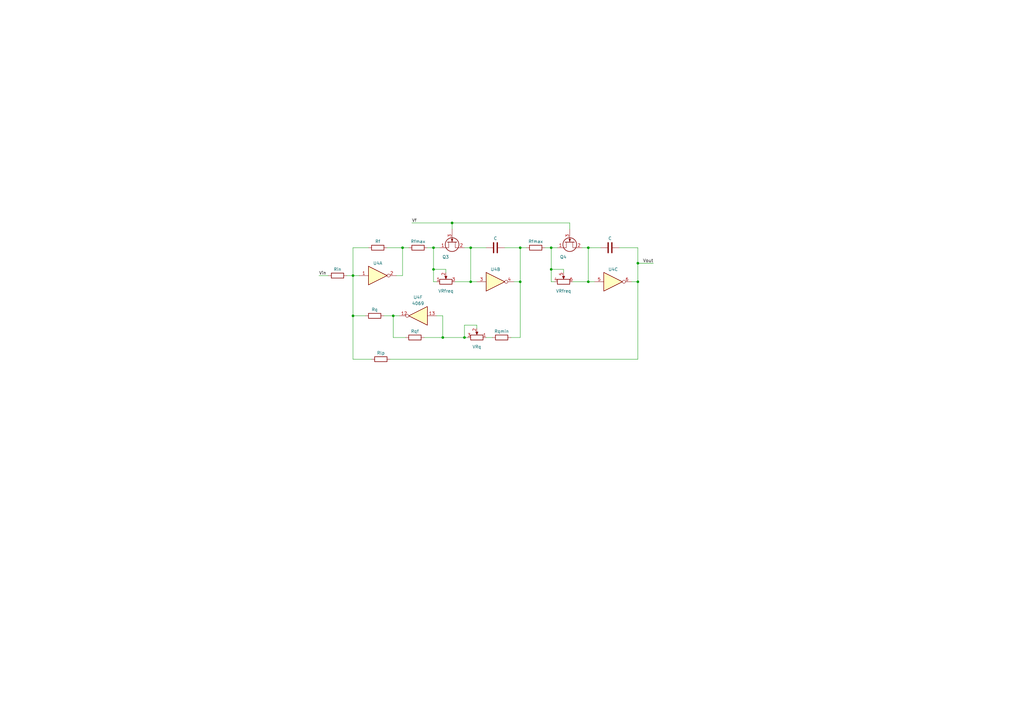
<source format=kicad_sch>
(kicad_sch (version 20231120) (generator "eeschema") (generator_version "8.0")
  (paper "A3")
  (title_block (comment 2 "creativecommons.org/licenses/by/4.0/") (comment 3 "License: CC BY 4.0") (comment 4 "Author: Guy John"))
  (lib_symbols
    (symbol "4xxx:4069" (pin_names (offset 1.016))
      (property "Reference" "U" (at 0 1.27 0))
      (property "Value" "4069" (at 0 -1.27 0))
      (symbol "4069_1_0"
        (polyline (pts (xy -3.81 3.81) (xy -3.81 -3.81) (xy 3.81 0) (xy -3.81 3.81)) (stroke (width 0.254)) (fill (type background)))
        (pin input line (at -7.62 0 0) (length 3.81) (name "~") (number "1"))
        (pin output inverted (at 7.62 0 180) (length 3.81) (name "~") (number "2"))
      )
      (symbol "4069_2_0"
        (polyline (pts (xy -3.81 3.81) (xy -3.81 -3.81) (xy 3.81 0) (xy -3.81 3.81)) (stroke (width 0.254)) (fill (type background)))
        (pin input line (at -7.62 0 0) (length 3.81) (name "~") (number "3"))
        (pin output inverted (at 7.62 0 180) (length 3.81) (name "~") (number "4"))
      )
      (symbol "4069_3_0"
        (polyline (pts (xy -3.81 3.81) (xy -3.81 -3.81) (xy 3.81 0) (xy -3.81 3.81)) (stroke (width 0.254)) (fill (type background)))
        (pin input line (at -7.62 0 0) (length 3.81) (name "~") (number "5"))
        (pin output inverted (at 7.62 0 180) (length 3.81) (name "~") (number "6"))
      )
      (symbol "4069_4_0"
        (polyline (pts (xy -3.81 3.81) (xy -3.81 -3.81) (xy 3.81 0) (xy -3.81 3.81)) (stroke (width 0.254)) (fill (type background)))
        (pin output inverted (at 7.62 0 180) (length 3.81) (name "~") (number "8"))
        (pin input line (at -7.62 0 0) (length 3.81) (name "~") (number "9"))
      )
      (symbol "4069_5_0"
        (polyline (pts (xy -3.81 3.81) (xy -3.81 -3.81) (xy 3.81 0) (xy -3.81 3.81)) (stroke (width 0.254)) (fill (type background)))
        (pin output inverted (at 7.62 0 180) (length 3.81) (name "~") (number "10"))
        (pin input line (at -7.62 0 0) (length 3.81) (name "~") (number "11"))
      )
      (symbol "4069_6_0"
        (polyline (pts (xy -3.81 3.81) (xy -3.81 -3.81) (xy 3.81 0) (xy -3.81 3.81)) (stroke (width 0.254)) (fill (type background)))
        (pin output inverted (at 7.62 0 180) (length 3.81) (name "~") (number "12"))
        (pin input line (at -7.62 0 0) (length 3.81) (name "~") (number "13"))
      )
      (symbol "4069_7_0"
        (pin power_in line (at 0 12.7 270) (length 5.08) (name "VDD") (number "14"))
        (pin power_in line (at 0 -12.7 90) (length 5.08) (name "VSS") (number "7"))
      )
      (symbol "4069_7_1"
        (rectangle (start -5.08 7.62) (end 5.08 -7.62) (stroke (width 0.254)) (fill (type background)))
      )
    )
    (symbol "Device:C" (pin_numbers hide) (pin_names (offset 0.254))
      (property "Reference" "C" (at 0.635 2.54 0))
      (property "Value" "C" (at 0.635 -2.54 0))
      (symbol "C_0_1"
        (polyline (pts (xy -2.032 -0.762) (xy 2.032 -0.762)) (stroke (width 0.508)))
        (polyline (pts (xy -2.032 0.762) (xy 2.032 0.762)) (stroke (width 0.508)))
      )
      (symbol "C_1_1"
        (pin passive line (at 0 3.81 270) (length 2.794) (name "~") (number "1"))
        (pin passive line (at 0 -3.81 90) (length 2.794) (name "~") (number "2"))
      )
    )
    (symbol "Device:Q_NJFET_DSG" (pin_names (offset 0) hide)
      (property "Reference" "Q" (at 5.08 1.27 0))
      (property "Value" "Q_NJFET_DSG" (at 5.08 -1.27 0))
      (symbol "Q_NJFET_DSG_0_1"
        (polyline (pts (xy 0.254 1.905) (xy 0.254 -1.905) (xy 0.254 -1.905)) (stroke (width 0.254)))
        (polyline (pts (xy 2.54 -2.54) (xy 2.54 -1.27) (xy 0.254 -1.27)))
        (polyline (pts (xy 2.54 2.54) (xy 2.54 1.397) (xy 0.254 1.397)))
        (polyline (pts (xy 0 0) (xy -1.016 0.381) (xy -1.016 -0.381) (xy 0 0)) (fill (type outline)))
        (circle (center 1.27 0) (radius 2.8194) (stroke (width 0.254)))
      )
      (symbol "Q_NJFET_DSG_1_1"
        (pin passive line (at 2.54 5.08 270) (length 2.54) (name "D") (number "1"))
        (pin passive line (at 2.54 -5.08 90) (length 2.54) (name "S") (number "2"))
        (pin input line (at -5.08 0 0) (length 5.334) (name "G") (number "3"))
      )
    )
    (symbol "Device:R" (pin_numbers hide) (pin_names (offset 0))
      (property "Reference" "R" (at 2.032 0 90))
      (property "Value" "R" (at 0 0 90))
      (symbol "R_0_1"
        (rectangle (start -1.016 -2.54) (end 1.016 2.54) (stroke (width 0.254)))
      )
      (symbol "R_1_1"
        (pin passive line (at 0 3.81 270) (length 1.27) (name "~") (number "1"))
        (pin passive line (at 0 -3.81 90) (length 1.27) (name "~") (number "2"))
      )
    )
    (symbol "Device:R_Potentiometer" (pin_names (offset 1.016) hide)
      (property "Reference" "RV" (at -4.445 0 90))
      (property "Value" "R_Potentiometer" (at -2.54 0 90))
      (symbol "R_Potentiometer_0_1"
        (polyline (pts (xy 2.54 0) (xy 1.524 0)))
        (polyline (pts (xy 1.143 0) (xy 2.286 0.508) (xy 2.286 -0.508) (xy 1.143 0)) (fill (type outline)))
        (rectangle (start 1.016 2.54) (end -1.016 -2.54) (stroke (width 0.254)))
      )
      (symbol "R_Potentiometer_1_1"
        (pin passive line (at 0 3.81 270) (length 1.27) (name "1") (number "1"))
        (pin passive line (at 3.81 0 180) (length 1.27) (name "2") (number "2"))
        (pin passive line (at 0 -3.81 90) (length 1.27) (name "3") (number "3"))
      )
    )
    (symbol "Device:R_Potentiometer_Dual_Separate" (pin_names (offset 1.016) hide)
      (property "Reference" "RV" (at -4.445 0 90))
      (property "Value" "R_Potentiometer_Dual_Separate" (at -2.54 0 90))
      (symbol "R_Potentiometer_Dual_Separate_0_1"
        (polyline (pts (xy 2.54 0) (xy 1.524 0)))
        (polyline (pts (xy 1.143 0) (xy 2.286 0.508) (xy 2.286 -0.508) (xy 1.143 0)) (fill (type outline)))
        (rectangle (start 1.016 2.54) (end -1.016 -2.54) (stroke (width 0.254)))
      )
      (symbol "R_Potentiometer_Dual_Separate_1_1"
        (pin passive line (at 0 3.81 270) (length 1.27) (name "1") (number "1"))
        (pin passive line (at 3.81 0 180) (length 1.27) (name "2") (number "2"))
        (pin passive line (at 0 -3.81 90) (length 1.27) (name "3") (number "3"))
      )
      (symbol "R_Potentiometer_Dual_Separate_2_1"
        (pin passive line (at 0 3.81 270) (length 1.27) (name "4") (number "4"))
        (pin passive line (at 3.81 0 180) (length 1.27) (name "5") (number "5"))
        (pin passive line (at 0 -3.81 90) (length 1.27) (name "6") (number "6"))
      )
    )
  )
  (junction (at 177.8 101.6))
  (junction (at 185.42 91.44))
  (junction (at 213.36 101.6))
  (junction (at 181.61 138.43))
  (junction (at 193.04 115.57))
  (junction (at 261.62 115.57))
  (junction (at 177.8 110.49))
  (junction (at 144.78 129.54))
  (junction (at 165.1 101.6))
  (junction (at 213.36 115.57))
  (junction (at 241.3 115.57))
  (junction (at 226.06 101.6))
  (junction (at 241.3 101.6))
  (junction (at 226.06 110.49))
  (junction (at 190.5 138.43))
  (junction (at 144.78 113.03))
  (junction (at 161.29 129.54))
  (junction (at 193.04 101.6))
  (junction (at 261.62 107.95))
  (wire (pts (xy 259.08 115.57) (xy 261.62 115.57)))
  (wire (pts (xy 144.78 113.03) (xy 147.32 113.03)))
  (wire (pts (xy 226.06 115.57) (xy 226.06 110.49)))
  (wire (pts (xy 181.61 138.43) (xy 190.5 138.43)))
  (wire (pts (xy 241.3 115.57) (xy 243.84 115.57)))
  (wire (pts (xy 193.04 115.57) (xy 195.58 115.57)))
  (wire (pts (xy 213.36 101.6) (xy 215.9 101.6)))
  (wire (pts (xy 181.61 129.54) (xy 181.61 138.43)))
  (wire (pts (xy 190.5 133.35) (xy 195.58 133.35)))
  (wire (pts (xy 185.42 91.44) (xy 233.68 91.44)))
  (wire (pts (xy 193.04 101.6) (xy 193.04 115.57)))
  (wire (pts (xy 182.88 110.49) (xy 182.88 111.76)))
  (wire (pts (xy 173.99 138.43) (xy 181.61 138.43)))
  (wire (pts (xy 166.37 138.43) (xy 161.29 138.43)))
  (wire (pts (xy 165.1 101.6) (xy 167.64 101.6)))
  (wire (pts (xy 163.83 129.54) (xy 161.29 129.54)))
  (wire (pts (xy 168.91 91.44) (xy 185.42 91.44)))
  (wire (pts (xy 190.5 133.35) (xy 190.5 138.43)))
  (wire (pts (xy 261.62 107.95) (xy 267.97 107.95)))
  (wire (pts (xy 142.24 113.03) (xy 144.78 113.03)))
  (wire (pts (xy 190.5 138.43) (xy 191.77 138.43)))
  (wire (pts (xy 193.04 101.6) (xy 190.5 101.6)))
  (wire (pts (xy 233.68 91.44) (xy 233.68 93.98)))
  (wire (pts (xy 179.07 129.54) (xy 181.61 129.54)))
  (wire (pts (xy 231.14 110.49) (xy 231.14 111.76)))
  (wire (pts (xy 177.8 101.6) (xy 177.8 110.49)))
  (wire (pts (xy 186.69 115.57) (xy 193.04 115.57)))
  (wire (pts (xy 199.39 138.43) (xy 201.93 138.43)))
  (wire (pts (xy 226.06 101.6) (xy 228.6 101.6)))
  (wire (pts (xy 179.07 115.57) (xy 177.8 115.57)))
  (wire (pts (xy 177.8 110.49) (xy 182.88 110.49)))
  (wire (pts (xy 151.13 101.6) (xy 144.78 101.6)))
  (wire (pts (xy 213.36 115.57) (xy 213.36 138.43)))
  (wire (pts (xy 157.48 129.54) (xy 161.29 129.54)))
  (wire (pts (xy 160.02 147.32) (xy 261.62 147.32)))
  (wire (pts (xy 261.62 101.6) (xy 254 101.6)))
  (wire (pts (xy 226.06 101.6) (xy 226.06 110.49)))
  (wire (pts (xy 162.56 113.03) (xy 165.1 113.03)))
  (wire (pts (xy 241.3 101.6) (xy 246.38 101.6)))
  (wire (pts (xy 144.78 101.6) (xy 144.78 113.03)))
  (wire (pts (xy 185.42 91.44) (xy 185.42 93.98)))
  (wire (pts (xy 261.62 107.95) (xy 261.62 101.6)))
  (wire (pts (xy 161.29 129.54) (xy 161.29 138.43)))
  (wire (pts (xy 175.26 101.6) (xy 177.8 101.6)))
  (wire (pts (xy 149.86 129.54) (xy 144.78 129.54)))
  (wire (pts (xy 177.8 115.57) (xy 177.8 110.49)))
  (wire (pts (xy 165.1 101.6) (xy 158.75 101.6)))
  (wire (pts (xy 210.82 115.57) (xy 213.36 115.57)))
  (wire (pts (xy 238.76 101.6) (xy 241.3 101.6)))
  (wire (pts (xy 144.78 113.03) (xy 144.78 129.54)))
  (wire (pts (xy 130.81 113.03) (xy 134.62 113.03)))
  (wire (pts (xy 165.1 113.03) (xy 165.1 101.6)))
  (wire (pts (xy 199.39 101.6) (xy 193.04 101.6)))
  (wire (pts (xy 144.78 147.32) (xy 152.4 147.32)))
  (wire (pts (xy 209.55 138.43) (xy 213.36 138.43)))
  (wire (pts (xy 231.14 110.49) (xy 226.06 110.49)))
  (wire (pts (xy 213.36 101.6) (xy 207.01 101.6)))
  (wire (pts (xy 241.3 101.6) (xy 241.3 115.57)))
  (wire (pts (xy 261.62 115.57) (xy 261.62 147.32)))
  (wire (pts (xy 144.78 129.54) (xy 144.78 147.32)))
  (wire (pts (xy 195.58 134.62) (xy 195.58 133.35)))
  (wire (pts (xy 234.95 115.57) (xy 241.3 115.57)))
  (wire (pts (xy 223.52 101.6) (xy 226.06 101.6)))
  (wire (pts (xy 226.06 115.57) (xy 227.33 115.57)))
  (wire (pts (xy 177.8 101.6) (xy 180.34 101.6)))
  (wire (pts (xy 213.36 101.6) (xy 213.36 115.57)))
  (wire (pts (xy 261.62 115.57) (xy 261.62 107.95)))
  (label "Vout" (at 267.97 107.95 180))
  (label "Vf" (at 168.91 91.44 0))
  (label "Vin" (at 130.81 113.03 0))
  (symbol (lib_id "Device:R") (at 153.67 129.54 270) (unit 1)
    (property "Reference" "R31" (effects (hide yes)))
    (property "Value" "Rq" (at 153.67 127 90))
    (property "Footprint" "Resistor_THT:R_Axial_DIN0207_L6.3mm_D2.5mm_P10.16mm_Horizontal" (effects (hide yes)))
    (property "Tolerance" "1%" (effects (hide yes)))
    (property "Power" "0.5W" (effects (hide yes)))
    (property "Spec" "metal film" (effects (hide yes)))
  )
  (symbol (lib_id "Device:R") (at 170.18 138.43 270) (unit 1)
    (property "Reference" "R34" (effects (hide yes)))
    (property "Value" "Rqf" (at 170.18 135.89 90))
    (property "Footprint" "Resistor_THT:R_Axial_DIN0207_L6.3mm_D2.5mm_P10.16mm_Horizontal" (effects (hide yes)))
    (property "Tolerance" "1%" (effects (hide yes)))
    (property "Power" "0.5W" (effects (hide yes)))
    (property "Spec" "metal film" (effects (hide yes)))
  )
  (symbol (lib_id "4xxx:4069") (at 251.46 115.57 0) (unit 3)
    (property "Reference" "U4" (at 251.46 110.49 0))
    (property "Value" "4069" (effects (hide yes)))
    (property "Footprint" "Package_DIP:DIP-14_W7.62mm" (effects (hide yes)))
    (property "Datasheet" "http://www.intersil.com/content/dam/Intersil/documents/cd40/cd4069ubms.pdf" (effects (hide yes)))
  )
  (symbol (lib_id "Device:C") (at 203.2 101.6 90) (unit 1)
    (property "Reference" "C10" (effects (hide yes)))
    (property "Value" "C" (at 203.2 97.79 90))
    (property "Footprint" "Capacitor_THT:C_Rect_L7.0mm_W3.5mm_P5.00mm" (effects (hide yes)))
    (property "Spec" "film" (effects (hide yes)))
    (property "Tolerance" "5%" (effects (hide yes)))
  )
  (symbol (lib_id "4xxx:4069") (at 171.45 129.54 180) (unit 6)
    (property "Reference" "U4" (at 171.45 121.92 0))
    (property "Value" "4069" (at 171.45 124.46 0))
    (property "Footprint" "Package_DIP:DIP-14_W7.62mm" (effects (hide yes)))
    (property "Datasheet" "http://www.intersil.com/content/dam/Intersil/documents/cd40/cd4069ubms.pdf" (effects (hide yes)))
  )
  (symbol (lib_id "Device:Q_NJFET_DSG") (at 185.42 99.06 90) (mirror x) (unit 1)
    (property "Reference" "Q3" (at 184.15 105.41 90) (effects (justify left)))
    (property "Value" "Q_NJFET_DSG" (effects (hide yes)))
    (property "Footprint" "Rumblesan_Standard_Parts:TO-92_Inline_Wide" (effects (hide yes)))
  )
  (symbol (lib_id "Device:Q_NJFET_DSG") (at 233.68 99.06 90) (mirror x) (unit 1)
    (property "Reference" "Q4" (at 232.41 105.41 90) (effects (justify left)))
    (property "Value" "Q_NJFET_DSG" (effects (hide yes)))
    (property "Footprint" "Rumblesan_Standard_Parts:TO-92_Inline_Wide" (effects (hide yes)))
  )
  (symbol (lib_id "Device:R") (at 171.45 101.6 90) (unit 1)
    (property "Reference" "R33" (effects (hide yes)))
    (property "Value" "Rfmax" (at 171.45 99.06 90))
    (property "Footprint" "Resistor_THT:R_Axial_DIN0207_L6.3mm_D2.5mm_P10.16mm_Horizontal" (effects (hide yes)))
    (property "Tolerance" "1%" (effects (hide yes)))
    (property "Power" "0.5W" (effects (hide yes)))
    (property "Spec" "metal film" (effects (hide yes)))
  )
  (symbol (lib_id "Device:R") (at 138.43 113.03 270) (unit 1)
    (property "Reference" "R29" (effects (hide yes)))
    (property "Value" "Rin" (at 138.43 110.49 90))
    (property "Footprint" "Resistor_THT:R_Axial_DIN0207_L6.3mm_D2.5mm_P10.16mm_Horizontal" (effects (hide yes)))
    (property "Tolerance" "1%" (effects (hide yes)))
    (property "Power" "0.5W" (effects (hide yes)))
    (property "Spec" "metal film" (effects (hide yes)))
  )
  (symbol (lib_id "Device:R") (at 205.74 138.43 270) (unit 1)
    (property "Reference" "R35" (effects (hide yes)))
    (property "Value" "Rqmin" (at 205.74 135.89 90))
    (property "Footprint" "Resistor_THT:R_Axial_DIN0207_L6.3mm_D2.5mm_P10.16mm_Horizontal" (effects (hide yes)))
    (property "Tolerance" "1%" (effects (hide yes)))
    (property "Power" "0.5W" (effects (hide yes)))
    (property "Spec" "metal film" (effects (hide yes)))
  )
  (symbol (lib_id "4xxx:4069") (at 154.94 113.03 0) (unit 1)
    (property "Reference" "U4" (at 154.94 107.95 0))
    (property "Value" "4069" (effects (hide yes)))
    (property "Footprint" "Package_DIP:DIP-14_W7.62mm" (effects (hide yes)))
    (property "Datasheet" "http://www.intersil.com/content/dam/Intersil/documents/cd40/cd4069ubms.pdf" (effects (hide yes)))
  )
  (symbol (lib_id "Device:R_Potentiometer_Dual_Separate") (at 231.14 115.57 90) (unit 2)
    (property "Reference" "RV3" (effects (hide yes)))
    (property "Value" "VRfreq" (at 231.14 119.38 90))
    (property "Footprint" "Potentiometer_THT:Potentiometer_Alpha_RD902F-40-00D_Dual_Vertical" (effects (hide yes)))
  )
  (symbol (lib_id "Device:R") (at 219.71 101.6 90) (unit 1)
    (property "Reference" "R36" (effects (hide yes)))
    (property "Value" "Rfmax" (at 219.71 99.06 90))
    (property "Footprint" "Resistor_THT:R_Axial_DIN0207_L6.3mm_D2.5mm_P10.16mm_Horizontal" (effects (hide yes)))
    (property "Tolerance" "1%" (effects (hide yes)))
    (property "Power" "0.5W" (effects (hide yes)))
    (property "Spec" "metal film" (effects (hide yes)))
  )
  (symbol (lib_id "4xxx:4069") (at 203.2 115.57 0) (unit 2)
    (property "Reference" "U4" (at 203.2 110.49 0))
    (property "Value" "4069" (effects (hide yes)))
    (property "Footprint" "Package_DIP:DIP-14_W7.62mm" (effects (hide yes)))
    (property "Datasheet" "http://www.intersil.com/content/dam/Intersil/documents/cd40/cd4069ubms.pdf" (effects (hide yes)))
  )
  (symbol (lib_id "Device:R") (at 154.94 101.6 90) (unit 1)
    (property "Reference" "R30" (effects (hide yes)))
    (property "Value" "Rf" (at 154.94 99.06 90))
    (property "Footprint" "Resistor_THT:R_Axial_DIN0207_L6.3mm_D2.5mm_P10.16mm_Horizontal" (effects (hide yes)))
    (property "Tolerance" "1%" (effects (hide yes)))
    (property "Power" "0.5W" (effects (hide yes)))
    (property "Spec" "metal film" (effects (hide yes)))
  )
  (symbol (lib_id "Device:R_Potentiometer") (at 195.58 138.43 270) (mirror x) (unit 1)
    (property "Reference" "RV6" (effects (hide yes)))
    (property "Value" "VRq" (at 195.58 142.24 90))
    (property "Footprint" "Potentiometer_THT:Potentiometer_Alpha_RD901F-40-00D_Single_Vertical" (effects (hide yes)))
  )
  (symbol (lib_id "Device:R") (at 156.21 147.32 270) (unit 1)
    (property "Reference" "R32" (effects (hide yes)))
    (property "Value" "Rlp" (at 156.21 144.78 90))
    (property "Footprint" "Resistor_THT:R_Axial_DIN0207_L6.3mm_D2.5mm_P10.16mm_Horizontal" (effects (hide yes)))
    (property "Tolerance" "1%" (effects (hide yes)))
    (property "Power" "0.5W" (effects (hide yes)))
    (property "Spec" "metal film" (effects (hide yes)))
  )
  (symbol (lib_id "Device:C") (at 250.19 101.6 90) (unit 1)
    (property "Reference" "C11" (effects (hide yes)))
    (property "Value" "C" (at 250.19 97.79 90))
    (property "Footprint" "Capacitor_THT:C_Rect_L7.0mm_W3.5mm_P5.00mm" (effects (hide yes)))
    (property "Spec" "film" (effects (hide yes)))
    (property "Tolerance" "5%" (effects (hide yes)))
  )
  (symbol (lib_id "Device:R_Potentiometer_Dual_Separate") (at 182.88 115.57 90) (unit 1)
    (property "Reference" "RV3" (effects (hide yes)))
    (property "Value" "VRfreq" (at 182.88 119.38 90))
    (property "Footprint" "Potentiometer_THT:Potentiometer_Alpha_RD902F-40-00D_Dual_Vertical" (effects (hide yes)))
  )
)
</source>
